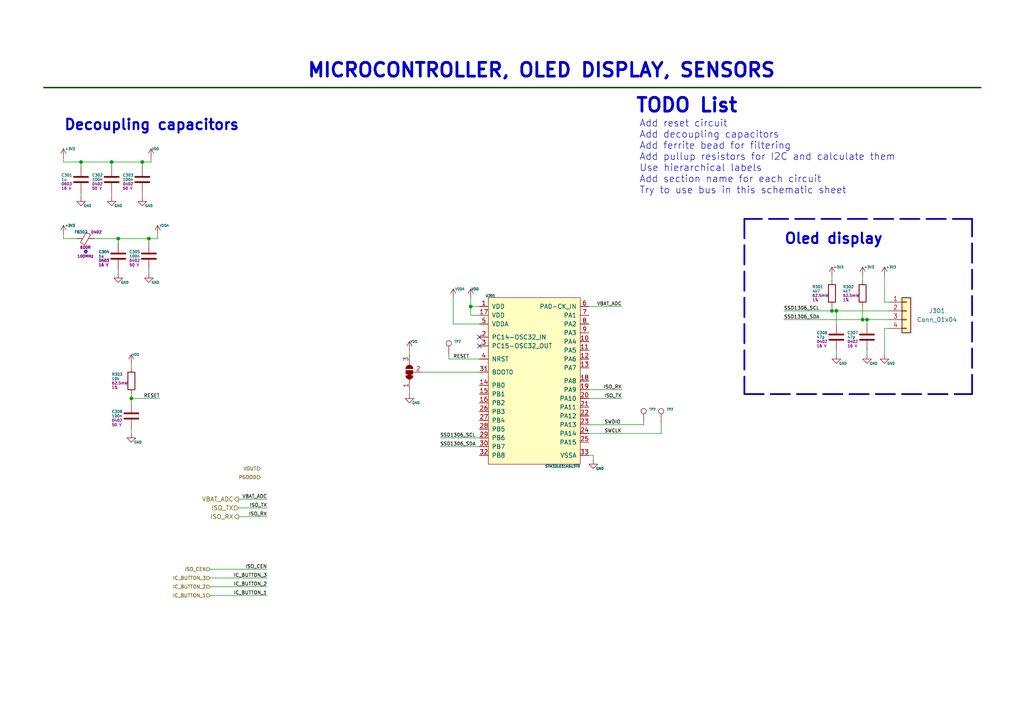
<source format=kicad_sch>
(kicad_sch (version 20211123) (generator eeschema)
  (paper "A4")
  (title_block (title "FZ6N_GATEWAY") (date "2021-05-28") (rev "A0") (company "Quasi Peak") (comment 1 "PRZ"))
  (lib_symbols
    (symbol "Connector:TestPoint" (pin_numbers hide) (pin_names (offset 0.762) hide)
      (property "Reference" "TP" (at 0 6.858 0))
      (property "Value" "TestPoint" (at 0 5.08 0))
      (symbol "TestPoint_0_1"
        (circle (center 0 3.302) (radius 0.762))
      )
      (symbol "TestPoint_1_1"
        (pin passive line (at 0 0 90) (length 2.54) (name "1") (number "1"))
      )
    )
    (symbol "Connector_Generic:Conn_01x04" (pin_names (offset 1.016) hide)
      (property "Reference" "J" (at 0 5.08 0))
      (property "Value" "Conn_01x04" (at 0 -7.62 0))
      (symbol "Conn_01x04_1_1"
        (rectangle (start -1.27 -4.953) (end 0 -5.207) (stroke (width 0.1524)))
        (rectangle (start -1.27 -2.413) (end 0 -2.667) (stroke (width 0.1524)))
        (rectangle (start -1.27 0.127) (end 0 -0.127) (stroke (width 0.1524)))
        (rectangle (start -1.27 2.667) (end 0 2.413) (stroke (width 0.1524)))
        (rectangle (start -1.27 3.81) (end 1.27 -6.35) (stroke (width 0.254)) (fill (type background)))
        (pin passive line (at -5.08 2.54 0) (length 3.81) (name "Pin_1") (number "1"))
        (pin passive line (at -5.08 0 0) (length 3.81) (name "Pin_2") (number "2"))
        (pin passive line (at -5.08 -2.54 0) (length 3.81) (name "Pin_3") (number "3"))
        (pin passive line (at -5.08 -5.08 0) (length 3.81) (name "Pin_4") (number "4"))
      )
    )
    (symbol "Device:C" (pin_numbers hide) (pin_names (offset 0.254))
      (property "Reference" "C" (at 0.635 2.54 0))
      (property "Value" "C" (at 0.635 -2.54 0))
      (symbol "C_0_1"
        (polyline (pts (xy -2.032 -0.762) (xy 2.032 -0.762)) (stroke (width 0.508)))
        (polyline (pts (xy -2.032 0.762) (xy 2.032 0.762)) (stroke (width 0.508)))
      )
      (symbol "C_1_1"
        (pin passive line (at 0 3.81 270) (length 2.794) (name "~") (number "1"))
        (pin passive line (at 0 -3.81 90) (length 2.794) (name "~") (number "2"))
      )
    )
    (symbol "Device:Ferrite_Bead_Small" (pin_numbers hide) (pin_names (offset 0))
      (property "Reference" "FB" (at 1.905 1.27 0))
      (property "Value" "Device_Ferrite_Bead_Small" (at 1.905 -1.27 0))
      (symbol "Ferrite_Bead_Small_0_1"
        (polyline (pts (xy 0 -1.27) (xy 0 -0.7874)))
        (polyline (pts (xy 0 0.889) (xy 0 1.2954)))
        (polyline (pts (xy -1.8288 0.2794) (xy -1.1176 1.4986) (xy 1.8288 -0.2032) (xy 1.1176 -1.4224) (xy -1.8288 0.2794)))
      )
      (symbol "Ferrite_Bead_Small_1_1"
        (pin passive line (at 0 2.54 270) (length 1.27) (name "~") (number "1"))
        (pin passive line (at 0 -2.54 90) (length 1.27) (name "~") (number "2"))
      )
    )
    (symbol "Device:R" (pin_numbers hide) (pin_names (offset 0))
      (property "Reference" "R" (at 2.032 0 90))
      (property "Value" "R" (at 0 0 90))
      (symbol "R_0_1"
        (rectangle (start -1.016 -2.54) (end 1.016 2.54) (stroke (width 0.254)))
      )
      (symbol "R_1_1"
        (pin passive line (at 0 3.81 270) (length 1.27) (name "~") (number "1"))
        (pin passive line (at 0 -3.81 90) (length 1.27) (name "~") (number "2"))
      )
    )
    (symbol "FZ6N_GATEWAY-rescue:STM32L031K6U3TR-FZ6N_GATEWAY" (pin_names (offset 1.016))
      (property "Reference" "U" (at -12.065 25.4 0))
      (property "Value" "STM32L031K6U3TR-FZ6N_GATEWAY" (at 4.445 -25.4 0))
      (symbol "STM32L031K6U3TR-FZ6N_GATEWAY_0_0"
        (pin power_in line (at -15.875 21.59 0) (length 2.54) (name "VDD") (number "1"))
        (pin input line (at 15.875 11.43 180) (length 2.54) (name "PA4") (number "10"))
        (pin input line (at 15.875 8.89 180) (length 2.54) (name "PA5") (number "11"))
        (pin input line (at 15.875 6.35 180) (length 2.54) (name "PA6") (number "12"))
        (pin input line (at 15.875 3.81 180) (length 2.54) (name "PA7") (number "13"))
        (pin input line (at -15.875 -1.27 0) (length 2.54) (name "PB0") (number "14"))
        (pin input line (at -15.875 -3.81 0) (length 2.54) (name "PB1") (number "15"))
        (pin input line (at -15.875 -6.35 0) (length 2.54) (name "PB2") (number "16"))
        (pin power_in line (at -15.875 19.05 0) (length 2.54) (name "VDD") (number "17"))
        (pin input line (at 15.875 0 180) (length 2.54) (name "PA8") (number "18"))
        (pin input line (at 15.875 -2.54 180) (length 2.54) (name "PA9") (number "19"))
        (pin bidirectional line (at -15.875 12.7 0) (length 2.54) (name "PC14-OSC32_IN") (number "2"))
        (pin input line (at 15.875 -5.08 180) (length 2.54) (name "PA10") (number "20"))
        (pin input line (at 15.875 -7.62 180) (length 2.54) (name "PA11") (number "21"))
        (pin input line (at 15.875 -10.16 180) (length 2.54) (name "PA12") (number "22"))
        (pin input line (at 15.875 -12.7 180) (length 2.54) (name "PA13") (number "23"))
        (pin input line (at 15.875 -15.24 180) (length 2.54) (name "PA14") (number "24"))
        (pin input line (at 15.875 -17.78 180) (length 2.54) (name "PA15") (number "25"))
        (pin input line (at -15.875 -8.89 0) (length 2.54) (name "PB3") (number "26"))
        (pin input line (at -15.875 -11.43 0) (length 2.54) (name "PB4") (number "27"))
        (pin input line (at -15.875 -13.97 0) (length 2.54) (name "PB5") (number "28"))
        (pin input line (at -15.875 -16.51 0) (length 2.54) (name "PB6") (number "29"))
        (pin bidirectional line (at -15.875 10.16 0) (length 2.54) (name "PC15-OSC32_OUT") (number "3"))
        (pin input line (at -15.875 -19.05 0) (length 2.54) (name "PB7") (number "30"))
        (pin input line (at -15.875 2.54 0) (length 2.54) (name "BOOT0") (number "31"))
        (pin bidirectional line (at -15.875 -21.59 0) (length 2.54) (name "PB8") (number "32"))
        (pin power_in line (at 15.875 -21.59 180) (length 2.54) (name "VSSA") (number "33"))
        (pin bidirectional line (at -15.875 6.35 0) (length 2.54) (name "NRST") (number "4"))
        (pin power_in line (at -15.875 16.51 0) (length 2.54) (name "VDDA") (number "5"))
        (pin input line (at 15.875 21.59 180) (length 2.54) (name "PA0-CK_IN") (number "6"))
        (pin input line (at 15.875 19.05 180) (length 2.54) (name "PA1") (number "7"))
        (pin input line (at 15.875 16.51 180) (length 2.54) (name "PA2") (number "8"))
        (pin input line (at 15.875 13.97 180) (length 2.54) (name "PA3") (number "9"))
      )
      (symbol "STM32L031K6U3TR-FZ6N_GATEWAY_0_1"
        (rectangle (start -13.335 24.13) (end 13.335 -24.13) (fill (type background)))
      )
    )
    (symbol "Jumper:SolderJumper_3_Bridged12" (pin_names (offset 0) hide)
      (property "Reference" "JP" (at -2.54 -2.54 0))
      (property "Value" "SolderJumper_3_Bridged12" (at 0 2.794 0))
      (symbol "SolderJumper_3_Bridged12_0_1"
        (rectangle (start -1.016 0.508) (end -0.508 -0.508) (fill (type outline)))
        (arc (start -1.016 1.016) (mid -2.032 0) (end -1.016 -1.016))
        (arc (start -1.016 1.016) (mid -2.032 0) (end -1.016 -1.016) (fill (type outline)))
        (rectangle (start -0.508 1.016) (end 0.508 -1.016) (fill (type outline)))
        (polyline (pts (xy -2.54 0) (xy -2.032 0)))
        (polyline (pts (xy -1.016 1.016) (xy -1.016 -1.016)))
        (polyline (pts (xy 0 -1.27) (xy 0 -1.016)))
        (polyline (pts (xy 1.016 1.016) (xy 1.016 -1.016)))
        (polyline (pts (xy 2.54 0) (xy 2.032 0)))
        (arc (start 1.016 -1.016) (mid 2.032 0) (end 1.016 1.016))
        (arc (start 1.016 -1.016) (mid 2.032 0) (end 1.016 1.016) (fill (type outline)))
      )
      (symbol "SolderJumper_3_Bridged12_1_1"
        (pin passive line (at -5.08 0 0) (length 2.54) (name "A") (number "1"))
        (pin input line (at 0 -3.81 90) (length 2.54) (name "C") (number "2"))
        (pin passive line (at 5.08 0 180) (length 2.54) (name "B") (number "3"))
      )
    )
    (symbol "power:+3.3V" (power) (pin_names (offset 0))
      (property "Value" "+3.3V" (at 0 3.556 0))
      (symbol "+3.3V_0_1"
        (polyline (pts (xy -0.762 1.27) (xy 0 2.54)))
        (polyline (pts (xy 0 0) (xy 0 2.54)))
        (polyline (pts (xy 0 2.54) (xy 0.762 1.27)))
      )
      (symbol "+3.3V_1_1"
        (pin power_in line (at 0 0 90) (length 0) hide (name "+3V3") (number "1"))
      )
    )
    (symbol "power:GND" (power) (pin_names (offset 0))
      (property "Value" "GND" (at 0 -3.81 0))
      (symbol "GND_0_1"
        (polyline (pts (xy 0 0) (xy 0 -1.27) (xy 1.27 -1.27) (xy 0 -2.54) (xy -1.27 -1.27) (xy 0 -1.27)))
      )
      (symbol "GND_1_1"
        (pin power_in line (at 0 0 270) (length 0) hide (name "GND") (number "1"))
      )
    )
    (symbol "power:VDD" (power) (pin_names (offset 0))
      (property "Value" "VDD" (at 0 3.81 0))
      (symbol "VDD_0_1"
        (polyline (pts (xy -0.762 1.27) (xy 0 2.54)))
        (polyline (pts (xy 0 0) (xy 0 2.54)))
        (polyline (pts (xy 0 2.54) (xy 0.762 1.27)))
      )
      (symbol "VDD_1_1"
        (pin power_in line (at 0 0 90) (length 0) hide (name "VDD") (number "1"))
      )
    )
    (symbol "power:VDDA" (power) (pin_names (offset 0))
      (property "Value" "VDDA" (at 0 3.81 0))
      (symbol "VDDA_0_1"
        (polyline (pts (xy -0.762 1.27) (xy 0 2.54)))
        (polyline (pts (xy 0 0) (xy 0 2.54)))
        (polyline (pts (xy 0 2.54) (xy 0.762 1.27)))
      )
      (symbol "VDDA_1_1"
        (pin power_in line (at 0 0 90) (length 0) hide (name "VDDA") (number "1"))
      )
    )
  )
  (junction (at 241.3 90.17))
  (junction (at 136.525 88.9))
  (junction (at 242.57 90.17))
  (junction (at 250.19 92.71))
  (junction (at 32.385 46.99))
  (junction (at 34.29 69.215))
  (junction (at 23.495 46.99))
  (junction (at 43.18 69.215))
  (junction (at 251.46 92.71))
  (junction (at 38.1 115.57))
  (junction (at 41.275 46.99))
  (no_connect (at 139.065 97.79))
  (no_connect (at 139.065 100.33))
  (wire (pts (xy 257.81 87.63) (xy 256.54 87.63)))
  (wire (pts (xy 45.72 69.215) (xy 45.72 67.945)))
  (wire (pts (xy 250.19 88.9) (xy 250.19 92.71)))
  (wire (pts (xy 170.815 113.03) (xy 180.34 113.03)))
  (wire (pts (xy 43.18 69.215) (xy 45.72 69.215)))
  (wire (pts (xy 23.495 57.15) (xy 23.495 55.88)))
  (wire (pts (xy 130.175 104.14) (xy 139.065 104.14)))
  (wire (pts (xy 38.1 125.73) (xy 38.1 124.46)))
  (wire (pts (xy 251.46 93.98) (xy 251.46 92.71)))
  (wire (pts (xy 172.085 133.35) (xy 172.085 132.08)))
  (wire (pts (xy 69.215 144.78) (xy 77.47 144.78)))
  (wire (pts (xy 27.305 69.215) (xy 34.29 69.215)))
  (wire (pts (xy 41.275 57.15) (xy 41.275 55.88)))
  (wire (pts (xy 251.46 102.87) (xy 251.46 101.6)))
  (polyline (pts (xy 215.9 63.5) (xy 215.9 114.3)) (stroke (width 0.508)))
  (wire (pts (xy 186.69 123.19) (xy 186.69 122.555)))
  (wire (pts (xy 122.555 107.95) (xy 139.065 107.95)))
  (polyline (pts (xy 281.94 114.3) (xy 281.94 63.5)) (stroke (width 0.508)))
  (wire (pts (xy 77.47 165.1) (xy 60.96 165.1)))
  (wire (pts (xy 139.065 91.44) (xy 136.525 91.44)))
  (wire (pts (xy 136.525 88.9) (xy 139.065 88.9)))
  (wire (pts (xy 242.57 90.17) (xy 257.81 90.17)))
  (wire (pts (xy 32.385 46.99) (xy 32.385 48.26)))
  (wire (pts (xy 34.29 78.105) (xy 34.29 79.375)))
  (wire (pts (xy 227.33 92.71) (xy 250.19 92.71)))
  (wire (pts (xy 77.47 170.18) (xy 60.96 170.18)))
  (wire (pts (xy 23.495 46.99) (xy 32.385 46.99)))
  (wire (pts (xy 227.33 90.17) (xy 241.3 90.17)))
  (wire (pts (xy 69.215 147.32) (xy 77.47 147.32)))
  (wire (pts (xy 38.1 115.57) (xy 46.355 115.57)))
  (wire (pts (xy 256.54 95.25) (xy 256.54 102.87)))
  (wire (pts (xy 43.18 78.105) (xy 43.18 79.375)))
  (wire (pts (xy 256.54 87.63) (xy 256.54 80.01)))
  (wire (pts (xy 38.1 106.68) (xy 38.1 105.41)))
  (wire (pts (xy 41.275 46.99) (xy 43.815 46.99)))
  (wire (pts (xy 34.29 69.215) (xy 34.29 70.485)))
  (wire (pts (xy 18.415 69.215) (xy 18.415 67.945)))
  (wire (pts (xy 250.19 80.01) (xy 250.19 81.28)))
  (wire (pts (xy 77.47 172.72) (xy 60.96 172.72)))
  (wire (pts (xy 127.635 129.54) (xy 139.065 129.54)))
  (wire (pts (xy 127.635 127) (xy 139.065 127)))
  (wire (pts (xy 34.29 69.215) (xy 43.18 69.215)))
  (wire (pts (xy 131.445 86.36) (xy 131.445 93.98)))
  (wire (pts (xy 136.525 86.36) (xy 136.525 88.9)))
  (wire (pts (xy 77.47 167.64) (xy 60.96 167.64)))
  (wire (pts (xy 172.085 132.08) (xy 170.815 132.08)))
  (wire (pts (xy 32.385 46.99) (xy 41.275 46.99)))
  (wire (pts (xy 191.77 125.73) (xy 191.77 122.555)))
  (wire (pts (xy 257.81 95.25) (xy 256.54 95.25)))
  (wire (pts (xy 170.815 125.73) (xy 191.77 125.73)))
  (wire (pts (xy 32.385 57.15) (xy 32.385 55.88)))
  (wire (pts (xy 18.415 46.99) (xy 18.415 45.72)))
  (wire (pts (xy 38.1 116.84) (xy 38.1 115.57)))
  (wire (pts (xy 69.215 149.86) (xy 77.47 149.86)))
  (wire (pts (xy 241.3 80.01) (xy 241.3 81.28)))
  (wire (pts (xy 251.46 92.71) (xy 257.81 92.71)))
  (wire (pts (xy 41.275 46.99) (xy 41.275 48.26)))
  (wire (pts (xy 170.815 88.9) (xy 180.34 88.9)))
  (wire (pts (xy 250.19 92.71) (xy 251.46 92.71)))
  (wire (pts (xy 170.815 123.19) (xy 186.69 123.19)))
  (wire (pts (xy 23.495 46.99) (xy 23.495 48.26)))
  (polyline (pts (xy 281.94 63.5) (xy 215.9 63.5)) (stroke (width 0.508)))
  (wire (pts (xy 118.745 114.3) (xy 118.745 113.03)))
  (polyline (pts (xy 215.9 114.3) (xy 281.94 114.3)) (stroke (width 0.508)))
  (wire (pts (xy 130.175 104.14) (xy 130.175 102.87)))
  (wire (pts (xy 18.415 69.215) (xy 22.225 69.215)))
  (wire (pts (xy 18.415 46.99) (xy 23.495 46.99)))
  (wire (pts (xy 241.3 88.9) (xy 241.3 90.17)))
  (polyline (pts (xy 12.7 25.4) (xy 284.48 25.4)) (stroke (width 0.4064) (type solid) (color 0 72 0 1)))
  (wire (pts (xy 139.065 93.98) (xy 131.445 93.98)))
  (wire (pts (xy 170.815 115.57) (xy 180.34 115.57)))
  (wire (pts (xy 242.57 93.98) (xy 242.57 90.17)))
  (wire (pts (xy 118.745 101.6) (xy 118.745 102.87)))
  (wire (pts (xy 43.18 69.215) (xy 43.18 70.485)))
  (wire (pts (xy 38.1 115.57) (xy 38.1 114.3)))
  (wire (pts (xy 241.3 90.17) (xy 242.57 90.17)))
  (wire (pts (xy 43.815 46.99) (xy 43.815 45.72)))
  (wire (pts (xy 136.525 88.9) (xy 136.525 91.44)))
  (wire (pts (xy 242.57 102.87) (xy 242.57 101.6)))
  (text "MICROCONTROLLER, OLED DISPLAY, SENSORS" (at 88.9 22.86 0) (effects (font (size 3.9878 3.9878) (thickness 0.7976) bold) (justify left bottom)))
  (text "Decoupling capacitors" (at 18.415 38.1 0) (effects (font (size 2.9972 2.9972) (thickness 0.5994) bold) (justify left bottom)))
  (text "Add reset circuit\nAdd decoupling capacitors\nAdd ferrite bead for filtering\nAdd pullup resistors for I2C and calculate them\nUse hierarchical labels\nAdd section name for each circuit\nTry to use bus in this schematic sheet\n\n" (at 185.42 59.69 0) (effects (font (size 2.0066 2.0066)) (justify left bottom)))
  (text "TODO List" (at 184.15 33.02 0) (effects (font (size 3.9878 3.9878) (thickness 0.7976) bold) (justify left bottom)))
  (text "Oled display" (at 227.33 71.12 0) (effects (font (size 2.9972 2.9972) (thickness 0.5994) bold) (justify left bottom)))
  (text "@" (at 24.13 73.66 0) (effects (font (size 0.9906 0.9906)) (justify left bottom)))
  (label "IC_BUTTON_3" (at 77.47 167.64 180) (effects (font (size 0.9906 0.9906))))
  (label "SSD1306_SDA" (at 227.33 92.71 0) (effects (font (size 0.9906 0.9906))))
  (label "SSD1306_SDA" (at 127.635 129.54 0) (effects (font (size 0.9906 0.9906))))
  (label "ISO_RX" (at 180.34 113.03 180) (effects (font (size 0.9906 0.9906))))
  (label "SWDIO" (at 175.26 123.19 0) (effects (font (size 0.9906 0.9906))))
  (label "IC_BUTTON_1" (at 77.47 172.72 180) (effects (font (size 0.9906 0.9906))))
  (label "ISO_TX" (at 180.34 115.57 180) (effects (font (size 0.9906 0.9906))))
  (label "SWCLK" (at 175.26 125.73 0) (effects (font (size 0.9906 0.9906))))
  (label "RESET" (at 131.445 104.14 0) (effects (font (size 0.9906 0.9906))))
  (label "VBAT_ADC" (at 77.47 144.78 180) (effects (font (size 0.9906 0.9906))))
  (label "ISO_RX" (at 77.47 149.86 180) (effects (font (size 0.9906 0.9906))))
  (label "ISO_TX" (at 77.47 147.32 180) (effects (font (size 0.9906 0.9906))))
  (label "SSD1306_SCL" (at 127.635 127 0) (effects (font (size 0.9906 0.9906))))
  (label "SSD1306_SCL" (at 227.33 90.17 0) (effects (font (size 0.9906 0.9906))))
  (label "RESET" (at 46.355 115.57 180) (effects (font (size 0.9906 0.9906))))
  (label "VBAT_ADC" (at 180.34 88.9 180) (effects (font (size 0.9906 0.9906))))
  (label "IC_BUTTON_2" (at 77.47 170.18 180) (effects (font (size 0.9906 0.9906))))
  (label "ISO_CEN" (at 77.47 165.1 180) (effects (font (size 0.9906 0.9906))))
  (hierarchical_label "IC_BUTTON_1" (shape input) (at 60.96 172.72 180) (effects (font (size 0.9906 0.9906))))
  (hierarchical_label "IC_BUTTON_2" (shape input) (at 60.96 170.18 180) (effects (font (size 0.9906 0.9906))))
  (hierarchical_label "ISO_TX" (shape input) (at 69.215 147.32 180))
  (hierarchical_label "PGOOD" (shape input) (at 75.565 138.43 180) (effects (font (size 0.9906 0.9906))))
  (hierarchical_label "VOUT" (shape input) (at 75.565 135.89 180) (effects (font (size 0.9906 0.9906))))
  (hierarchical_label "IC_BUTTON_3" (shape input) (at 60.96 167.64 180) (effects (font (size 0.9906 0.9906))))
  (hierarchical_label "ISO_CEN" (shape input) (at 60.96 165.1 180) (effects (font (size 0.9906 0.9906))))
  (hierarchical_label "VBAT_ADC" (shape output) (at 69.215 144.78 180))
  (hierarchical_label "ISO_RX" (shape output) (at 69.215 149.86 180))
  (symbol (lib_id "FZ6N_GATEWAY-rescue:STM32L031K6U3TR-FZ6N_GATEWAY") (at 154.94 110.49 0)
    (property "Reference" "U301" (at 142.24 85.725 0) (effects (font (size 0.7112 0.7112))))
    (property "Value" "STM32L031K6U3TR" (at 163.195 135.255 0) (effects (font (size 0.7112 0.7112))))
    (property "Footprint" "FZ6N_GATEWAY:STM32L031K6U3TR_UFQFPN32" (effects hide))
    (property "Datasheet" "https://pl.mouser.com/datasheet/2/389/dm00140359-1798360.pdf" (effects hide))
  )
  (symbol (lib_id "Connector_Generic:Conn_01x04") (at 262.89 90.17 0) (unit 1)
    (property "Reference" "J301" (at 271.78 90.17 0))
    (property "Value" "Conn_01x04" (at 271.78 92.71 0))
  )
  (symbol (lib_id "Device:R") (at 241.3 85.09 0) (mirror x)
    (property "Reference" "R301" (at 235.585 83.185 0) (effects (font (size 0.7874 0.7874)) (justify left)))
    (property "Value" "4k7" (at 235.585 84.455 0) (effects (font (size 0.7874 0.7874)) (justify left)))
    (property "Footprint" "Resistor_SMD:R_0402_1005Metric" (effects hide))
    (property "Datasheet" "https://pl.mouser.com/datasheet/2/447/PYu_RC_Group_51_RoHS_L_10-1664068.pdf" (effects hide))
    (property "Manufacturer" "Yageo " (effects hide))
    (property "Package" "0402" (effects hide))
    (property "Part Number" "RC0402FR-104K7L" (effects hide))
    (property "Nominal Power" "62.5mW" (at 235.585 85.725 0) (effects (font (size 0.7874 0.7874)) (justify left)))
    (property "Tolerance" "1%" (at 235.585 86.995 0) (effects (font (size 0.7874 0.7874)) (justify left)))
    (property "Voltage" "50V" (effects hide))
    (property "Type" "Thick Film" (effects hide))
    (property "TempCo" "100PPM/C" (effects hide))
  )
  (symbol (lib_id "Device:C") (at 242.57 97.79 0) (mirror x)
    (property "Reference" "C306" (at 236.855 96.52 0) (effects (font (size 0.7874 0.7874)) (justify left)))
    (property "Value" "47p" (at 236.855 97.79 0) (effects (font (size 0.7874 0.7874)) (justify left)))
    (property "Footprint" "Capacitor_SMD:C_0402_1005Metric" (effects hide))
    (property "Datasheet" "https://pl.mouser.com/datasheet/2/445/885012005029-1727084.pdf" (effects hide))
    (property "Manufacturer" "Wurth Elektronik" (effects hide))
    (property "Mfg number" "885012005029 " (effects hide))
    (property "Package" "0402" (at 236.855 99.06 0) (effects (font (size 0.7874 0.7874)) (justify left)))
    (property "Voltage" "16 V" (at 236.855 100.33 0) (effects (font (size 0.7874 0.7874)) (justify left)))
    (property "Izolation material" "C0G" (effects hide))
    (property "Tolerance" "5%" (effects hide))
  )
  (symbol (lib_id "power:+3.3V") (at 241.3 80.01 0)
    (property "Reference" "#PWR0102" (effects hide))
    (property "Value" "+3.3V" (at 243.205 77.47 0) (effects (font (size 0.7112 0.7112))))
  )
  (symbol (lib_id "power:+3.3V") (at 250.19 80.01 0)
    (property "Reference" "#PWR0111" (effects hide))
    (property "Value" "+3.3V" (at 252.095 77.47 0) (effects (font (size 0.7112 0.7112))))
  )
  (symbol (lib_id "power:+3.3V") (at 256.54 80.01 0)
    (property "Reference" "#PWR0112" (effects hide))
    (property "Value" "+3.3V" (at 258.445 77.47 0) (effects (font (size 0.7112 0.7112))))
  )
  (symbol (lib_id "Device:C") (at 23.495 52.07 0) (mirror x)
    (property "Reference" "C301" (at 17.78 50.8 0) (effects (font (size 0.7874 0.7874)) (justify left)))
    (property "Value" "1u" (at 17.78 52.07 0) (effects (font (size 0.7874 0.7874)) (justify left)))
    (property "Footprint" "Capacitor_SMD:C_0603_1608Metric" (effects hide))
    (property "Datasheet" "https://pl.mouser.com/datasheet/2/212/KEM_C1002_X7R_SMD-1102033.pdf" (effects hide))
    (property "Manufacturer" "KEMET" (effects hide))
    (property "Mfg number" "C0603C105K4RACTU " (effects hide))
    (property "Package" "0603" (at 17.78 53.34 0) (effects (font (size 0.7874 0.7874)) (justify left)))
    (property "Voltage" "16 V" (at 17.78 54.61 0) (effects (font (size 0.7874 0.7874)) (justify left)))
    (property "Izolation material" "X7R" (effects hide))
    (property "Tolerance" "10 %" (effects hide))
  )
  (symbol (lib_id "Device:C") (at 34.29 74.295 0) (mirror x)
    (property "Reference" "C304" (at 28.575 73.025 0) (effects (font (size 0.7874 0.7874)) (justify left)))
    (property "Value" "1u" (at 28.575 74.295 0) (effects (font (size 0.7874 0.7874)) (justify left)))
    (property "Footprint" "Capacitor_SMD:C_0603_1608Metric" (effects hide))
    (property "Datasheet" "https://pl.mouser.com/datasheet/2/212/KEM_C1002_X7R_SMD-1102033.pdf" (effects hide))
    (property "Manufacturer" "KEMET" (effects hide))
    (property "Mfg number" "C0603C105K4RACTU " (effects hide))
    (property "Package" "0603" (at 28.575 75.565 0) (effects (font (size 0.7874 0.7874)) (justify left)))
    (property "Voltage" "16 V" (at 28.575 76.835 0) (effects (font (size 0.7874 0.7874)) (justify left)))
    (property "Izolation material" "X7R" (effects hide))
    (property "Tolerance" "10 %" (effects hide))
  )
  (symbol (lib_id "Device:C") (at 32.385 52.07 0)
    (property "Reference" "C302" (at 26.67 50.8 0) (effects (font (size 0.7874 0.7874)) (justify left)))
    (property "Value" "100n" (at 26.67 52.07 0) (effects (font (size 0.7874 0.7874)) (justify left)))
    (property "Footprint" "Capacitor_SMD:C_0402_1005Metric" (effects hide))
    (property "Datasheet" "https://pl.mouser.com/datasheet/2/281/1/GRM155C71H104JE19_01A-1983567.pdf" (effects hide))
    (property "Manufacturer" "Murata Electronics" (effects hide))
    (property "Mfg number" "GRM155C71H104JE19D " (effects hide))
    (property "Package" "0402" (at 26.67 53.34 0) (effects (font (size 0.7874 0.7874)) (justify left)))
    (property "Voltage" "50 V" (at 26.67 54.61 0) (effects (font (size 0.7874 0.7874)) (justify left)))
    (property "Izolation material" "X7S" (effects hide))
    (property "Tolerance" "5%" (effects hide))
  )
  (symbol (lib_id "Device:C") (at 41.275 52.07 0)
    (property "Reference" "C303" (at 35.56 50.8 0) (effects (font (size 0.7874 0.7874)) (justify left)))
    (property "Value" "100n" (at 35.56 52.07 0) (effects (font (size 0.7874 0.7874)) (justify left)))
    (property "Footprint" "Capacitor_SMD:C_0402_1005Metric" (effects hide))
    (property "Datasheet" "https://pl.mouser.com/datasheet/2/281/1/GRM155C71H104JE19_01A-1983567.pdf" (effects hide))
    (property "Manufacturer" "Murata Electronics" (effects hide))
    (property "Mfg number" "GRM155C71H104JE19D " (effects hide))
    (property "Package" "0402" (at 35.56 53.34 0) (effects (font (size 0.7874 0.7874)) (justify left)))
    (property "Voltage" "50 V" (at 35.56 54.61 0) (effects (font (size 0.7874 0.7874)) (justify left)))
    (property "Izolation material" "X7S" (effects hide))
    (property "Tolerance" "5%" (effects hide))
  )
  (symbol (lib_id "Device:C") (at 43.18 74.295 0)
    (property "Reference" "C305" (at 37.465 73.025 0) (effects (font (size 0.7874 0.7874)) (justify left)))
    (property "Value" "100n" (at 37.465 74.295 0) (effects (font (size 0.7874 0.7874)) (justify left)))
    (property "Footprint" "Capacitor_SMD:C_0402_1005Metric" (effects hide))
    (property "Datasheet" "https://pl.mouser.com/datasheet/2/281/1/GRM155C71H104JE19_01A-1983567.pdf" (effects hide))
    (property "Manufacturer" "Murata Electronics" (effects hide))
    (property "Mfg number" "GRM155C71H104JE19D " (effects hide))
    (property "Package" "0402" (at 37.465 75.565 0) (effects (font (size 0.7874 0.7874)) (justify left)))
    (property "Voltage" "50 V" (at 37.465 76.835 0) (effects (font (size 0.7874 0.7874)) (justify left)))
    (property "Izolation material" "X7S" (effects hide))
    (property "Tolerance" "5%" (effects hide))
  )
  (symbol (lib_id "power:+3.3V") (at 18.415 45.72 0)
    (property "Reference" "#PWR0113" (effects hide))
    (property "Value" "+3.3V" (at 20.32 43.18 0) (effects (font (size 0.7112 0.7112))))
  )
  (symbol (lib_id "power:+3.3V") (at 18.415 67.945 0)
    (property "Reference" "#PWR0114" (effects hide))
    (property "Value" "+3.3V" (at 20.32 65.405 0) (effects (font (size 0.7112 0.7112))))
  )
  (symbol (lib_id "power:GND") (at 172.085 133.35 0) (mirror y)
    (property "Reference" "#PWR0115" (effects hide))
    (property "Value" "GND" (at 173.99 135.89 0) (effects (font (size 0.7112 0.7112))))
  )
  (symbol (lib_id "power:GND") (at 23.495 57.15 0) (mirror y)
    (property "Reference" "#PWR0116" (effects hide))
    (property "Value" "GND" (at 25.4 59.69 0) (effects (font (size 0.7112 0.7112))))
  )
  (symbol (lib_id "power:GND") (at 32.385 57.15 0) (mirror y)
    (property "Reference" "#PWR0117" (effects hide))
    (property "Value" "GND" (at 34.29 59.69 0) (effects (font (size 0.7112 0.7112))))
  )
  (symbol (lib_id "power:GND") (at 41.275 57.15 0) (mirror y)
    (property "Reference" "#PWR0118" (effects hide))
    (property "Value" "GND" (at 43.18 59.69 0) (effects (font (size 0.7112 0.7112))))
  )
  (symbol (lib_id "power:GND") (at 43.18 79.375 0) (mirror y)
    (property "Reference" "#PWR0119" (effects hide))
    (property "Value" "GND" (at 45.085 81.915 0) (effects (font (size 0.7112 0.7112))))
  )
  (symbol (lib_id "power:GND") (at 34.29 79.375 0) (mirror y)
    (property "Reference" "#PWR0120" (effects hide))
    (property "Value" "GND" (at 36.195 81.915 0) (effects (font (size 0.7112 0.7112))))
  )
  (symbol (lib_id "power:GND") (at 242.57 102.87 0) (mirror y)
    (property "Reference" "#PWR0121" (effects hide))
    (property "Value" "GND" (at 244.475 105.41 0) (effects (font (size 0.7112 0.7112))))
  )
  (symbol (lib_id "power:GND") (at 251.46 102.87 0) (mirror y)
    (property "Reference" "#PWR0122" (effects hide))
    (property "Value" "GND" (at 253.365 105.41 0) (effects (font (size 0.7112 0.7112))))
  )
  (symbol (lib_id "power:GND") (at 256.54 102.87 0) (mirror y)
    (property "Reference" "#PWR0123" (effects hide))
    (property "Value" "GND" (at 258.445 105.41 0) (effects (font (size 0.7112 0.7112))))
  )
  (symbol (lib_id "Device:R") (at 250.19 85.09 0) (mirror x)
    (property "Reference" "R302" (at 244.475 83.185 0) (effects (font (size 0.7874 0.7874)) (justify left)))
    (property "Value" "4k7" (at 244.475 84.455 0) (effects (font (size 0.7874 0.7874)) (justify left)))
    (property "Footprint" "Resistor_SMD:R_0402_1005Metric" (effects hide))
    (property "Datasheet" "https://pl.mouser.com/datasheet/2/447/PYu_RC_Group_51_RoHS_L_10-1664068.pdf" (effects hide))
    (property "Manufacturer" "Yageo " (effects hide))
    (property "Package" "0402" (effects hide))
    (property "Part Number" "RC0402FR-104K7L" (effects hide))
    (property "Nominal Power" "62.5mW" (at 244.475 85.725 0) (effects (font (size 0.7874 0.7874)) (justify left)))
    (property "Tolerance" "1%" (at 244.475 86.995 0) (effects (font (size 0.7874 0.7874)) (justify left)))
    (property "Voltage" "50V" (effects hide))
    (property "Type" "Thick Film" (effects hide))
    (property "TempCo" "100PPM/C" (effects hide))
  )
  (symbol (lib_id "Device:C") (at 251.46 97.79 0) (mirror x)
    (property "Reference" "C307" (at 245.745 96.52 0) (effects (font (size 0.7874 0.7874)) (justify left)))
    (property "Value" "47p" (at 245.745 97.79 0) (effects (font (size 0.7874 0.7874)) (justify left)))
    (property "Footprint" "Capacitor_SMD:C_0402_1005Metric" (effects hide))
    (property "Datasheet" "https://pl.mouser.com/datasheet/2/445/885012005029-1727084.pdf" (effects hide))
    (property "Manufacturer" "Wurth Elektronik" (effects hide))
    (property "Mfg number" "885012005029 " (effects hide))
    (property "Package" "0402" (at 245.745 99.06 0) (effects (font (size 0.7874 0.7874)) (justify left)))
    (property "Voltage" "16 V" (at 245.745 100.33 0) (effects (font (size 0.7874 0.7874)) (justify left)))
    (property "Izolation material" "C0G" (effects hide))
    (property "Tolerance" "5%" (effects hide))
  )
  (symbol (lib_id "Device:Ferrite_Bead_Small") (at 24.765 69.215 270) (unit 1)
    (property "Reference" "FB302" (at 23.495 67.31 90) (effects (font (size 0.7874 0.7874))))
    (property "Value" "Ferrite_Bead" (effects hide))
    (property "Footprint" "Inductor_SMD:L_0402_1005Metric" (effects hide))
    (property "Datasheet" "https://pl.mouser.com/datasheet/2/281/QNFA9118-1915745.pdf" (effects hide))
    (property "Manufacturer" "Murata Electronics" (effects hide))
    (property "Package" "0402" (at 27.94 67.31 90) (effects (font (size 0.7874 0.7874))))
    (property "Part Number" "BLM15BD601SZ1D" (effects hide))
    (property "Impedance" "600R" (at 24.765 71.755 90) (effects (font (size 0.7874 0.7874))))
    (property "Max DC Current" "200mA" (effects hide))
    (property "Tolerance" "25%" (effects hide))
    (property "Max DC Resistance" "650mR" (effects hide))
    (property "Frequency" "100MHz" (at 24.765 74.295 90) (effects (font (size 0.7874 0.7874))))
  )
  (symbol (lib_id "power:VDD") (at 43.815 45.72 0) (unit 1)
    (property "Reference" "#PWR0124" (effects hide))
    (property "Value" "VDD" (at 45.085 43.18 0) (effects (font (size 0.7112 0.7112))))
  )
  (symbol (lib_id "power:VDDA") (at 45.72 67.945 0) (unit 1)
    (property "Reference" "#PWR0125" (effects hide))
    (property "Value" "VDDA" (at 47.625 65.405 0) (effects (font (size 0.7112 0.7112))))
  )
  (symbol (lib_id "power:VDDA") (at 131.445 86.36 0) (unit 1)
    (property "Reference" "#PWR0126" (effects hide))
    (property "Value" "VDDA" (at 133.35 83.82 0) (effects (font (size 0.7112 0.7112))))
  )
  (symbol (lib_id "power:VDD") (at 136.525 86.36 0) (unit 1)
    (property "Reference" "#PWR0127" (effects hide))
    (property "Value" "VDD" (at 137.795 83.82 0) (effects (font (size 0.7112 0.7112))))
  )
  (symbol (lib_id "power:VDD") (at 38.1 105.41 0) (unit 1)
    (property "Reference" "#PWR0128" (effects hide))
    (property "Value" "VDD" (at 39.37 102.87 0) (effects (font (size 0.7112 0.7112))))
  )
  (symbol (lib_id "power:GND") (at 38.1 125.73 0) (mirror y)
    (property "Reference" "#PWR0129" (effects hide))
    (property "Value" "GND" (at 40.005 128.27 0) (effects (font (size 0.7112 0.7112))))
  )
  (symbol (lib_id "Device:C") (at 38.1 120.65 0)
    (property "Reference" "C308" (at 32.385 119.38 0) (effects (font (size 0.7874 0.7874)) (justify left)))
    (property "Value" "100n" (at 32.385 120.65 0) (effects (font (size 0.7874 0.7874)) (justify left)))
    (property "Footprint" "Capacitor_SMD:C_0402_1005Metric" (effects hide))
    (property "Datasheet" "https://pl.mouser.com/datasheet/2/281/1/GRM155C71H104JE19_01A-1983567.pdf" (effects hide))
    (property "Manufacturer" "Murata Electronics" (effects hide))
    (property "Mfg number" "GRM155C71H104JE19D " (effects hide))
    (property "Package" "0402" (at 32.385 121.92 0) (effects (font (size 0.7874 0.7874)) (justify left)))
    (property "Voltage" "50 V" (at 32.385 123.19 0) (effects (font (size 0.7874 0.7874)) (justify left)))
    (property "Izolation material" "X7S" (effects hide))
    (property "Tolerance" "5%" (effects hide))
  )
  (symbol (lib_id "Device:R") (at 38.1 110.49 0) (mirror x)
    (property "Reference" "R303" (at 32.385 108.585 0) (effects (font (size 0.7874 0.7874)) (justify left)))
    (property "Value" "10k" (at 32.385 109.855 0) (effects (font (size 0.7874 0.7874)) (justify left)))
    (property "Footprint" "Resistor_SMD:R_0402_1005Metric" (effects hide))
    (property "Datasheet" "https://pl.mouser.com/datasheet/2/447/PYu_RC_Group_51_RoHS_L_10-1664068.pdf" (effects hide))
    (property "Manufacturer" "Yageo " (effects hide))
    (property "Package" "0402" (effects hide))
    (property "Part Number" "RC0402FR-0710KL" (effects hide))
    (property "Nominal Power" "62.5mW" (at 32.385 111.125 0) (effects (font (size 0.7874 0.7874)) (justify left)))
    (property "Tolerance" "1%" (at 32.385 112.395 0) (effects (font (size 0.7874 0.7874)) (justify left)))
    (property "Voltage" "50V" (effects hide))
    (property "Type" "Thick Film" (effects hide))
    (property "TempCo" "100PPM/C" (effects hide))
  )
  (symbol (lib_id "Jumper:SolderJumper_3_Bridged12") (at 118.745 107.95 90) (unit 1)
    (property "Reference" "JP301" (effects hide))
    (property "Value" "SolderJumper_3_Bridged12" (effects hide))
  )
  (symbol (lib_id "power:VDD") (at 118.745 101.6 0) (unit 1)
    (property "Reference" "#PWR0130" (effects hide))
    (property "Value" "VDD" (at 120.015 99.06 0) (effects (font (size 0.7112 0.7112))))
  )
  (symbol (lib_id "power:GND") (at 118.745 114.3 0) (mirror y)
    (property "Reference" "#PWR0131" (effects hide))
    (property "Value" "GND" (at 120.65 116.84 0) (effects (font (size 0.7112 0.7112))))
  )
  (symbol (lib_id "Connector:TestPoint") (at 186.69 122.555 0)
    (property "Reference" "TP?" (at 189.23 118.745 0) (effects (font (size 0.7112 0.7112))))
    (property "Value" "TestPoint" (effects hide))
    (property "Footprint" "TestPoint:TestPoint_Pad_D1.0mm" (effects hide))
  )
  (symbol (lib_id "Connector:TestPoint") (at 191.77 122.555 0)
    (property "Reference" "TP?" (at 194.31 118.745 0) (effects (font (size 0.7112 0.7112))))
    (property "Value" "TestPoint" (effects hide))
    (property "Footprint" "TestPoint:TestPoint_Pad_D1.0mm" (effects hide))
  )
  (symbol (lib_id "Connector:TestPoint") (at 130.175 102.87 0)
    (property "Reference" "TP?" (at 132.715 99.06 0) (effects (font (size 0.7112 0.7112))))
    (property "Value" "TestPoint" (effects hide))
    (property "Footprint" "TestPoint:TestPoint_Pad_D1.0mm" (effects hide))
  )
)
</source>
